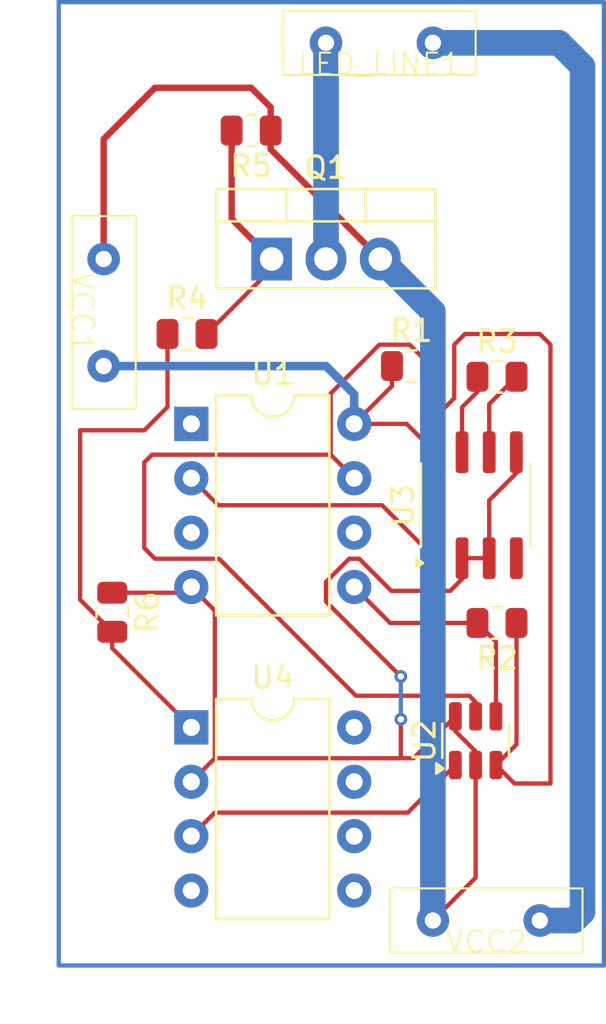
<source format=kicad_pcb>
(kicad_pcb (version 20240108) (generator "pcbnew") (generator_version "8.0")
  (layers (0 "F.Cu" signal) (31 "B.Cu" signal) (34 "B.Paste" user) (35 "F.Paste" user) (36 "B.SilkS" user "B.Silkscreen") (37 "F.SilkS" user "F.Silkscreen") (38 "B.Mask" user) (39 "F.Mask" user) (44 "Edge.Cuts" user))
  (net 0 "")
  (net 1 "Net-(Q1-D)")
  (net 2 "Net-(LED_LINE1-Pad2)")
  (net 3 "Net-(Q1-G)")
  (net 4 "Net-(Q1-S)")
  (net 5 "Net-(U1-PB2)")
  (net 6 "Net-(U1-VCC)")
  (net 7 "Net-(U1-AREF{slash}PB0)")
  (net 8 "Net-(U3-A)")
  (net 9 "Net-(U3-B)")
  (net 10 "Net-(R4-Pad1)")
  (net 14 "Net-(U1-XTAL1{slash}PB3)")
  (net 15 "Net-(U2-VOUT)")
  (footprint "Package_TO_SOT_THT:TO-220-3_Vertical" (layer "F.Cu") (at 147.46 92.23125)
    (property "Reference" "Q1" (at 2.54 -4.27 0) (layer "F.SilkS"))
    (property "Value" "IRLZ44N")
    (fp_line (start -2.58 -3.27) (end -2.58 1.371) (stroke (width 0.12)) (layer "F.SilkS"))
    (fp_line (start -2.58 -3.27) (end 7.66 -3.27) (stroke (width 0.12)) (layer "F.SilkS"))
    (fp_line (start -2.58 -1.76) (end 7.66 -1.76) (stroke (width 0.12)) (layer "F.SilkS"))
    (fp_line (start -2.58 1.371) (end 7.66 1.371) (stroke (width 0.12)) (layer "F.SilkS"))
    (fp_line (start 0.69 -3.27) (end 0.69 -1.76) (stroke (width 0.12)) (layer "F.SilkS"))
    (fp_line (start 4.391 -3.27) (end 4.391 -1.76) (stroke (width 0.12)) (layer "F.SilkS"))
    (fp_line (start 7.66 -3.27) (end 7.66 1.371) (stroke (width 0.12)) (layer "F.SilkS"))
    (pad "1" thru_hole rect (at 0 0) (size 1.905 2) (drill 1.1) (layers "*.Cu" "*.Mask" "In1.Cu" "In2.Cu" "In3.Cu" "In4.Cu" "In5.Cu" "In6.Cu" "In7.Cu" "In8.Cu" "In9.Cu" "In10.Cu" "In11.Cu" "In12.Cu" "In13.Cu" "In14.Cu" "In15.Cu" "In16.Cu" "In17.Cu" "In18.Cu" "In19.Cu" "In20.Cu" "In21.Cu" "In22.Cu" "In23.Cu" "In24.Cu" "In25.Cu" "In26.Cu" "In27.Cu" "In28.Cu" "In29.Cu" "In30.Cu") (net 3 "Net-(Q1-G)"))
    (pad "2" thru_hole oval (at 2.54 0) (size 1.905 2) (drill 1.1) (layers "*.Cu" "*.Mask" "In1.Cu" "In2.Cu" "In3.Cu" "In4.Cu" "In5.Cu" "In6.Cu" "In7.Cu" "In8.Cu" "In9.Cu" "In10.Cu" "In11.Cu" "In12.Cu" "In13.Cu" "In14.Cu" "In15.Cu" "In16.Cu" "In17.Cu" "In18.Cu" "In19.Cu" "In20.Cu" "In21.Cu" "In22.Cu" "In23.Cu" "In24.Cu" "In25.Cu" "In26.Cu" "In27.Cu" "In28.Cu" "In29.Cu" "In30.Cu") (net 1 "Net-(Q1-D)"))
    (pad "3" thru_hole oval (at 5.08 0) (size 1.905 2) (drill 1.1) (layers "*.Cu" "*.Mask" "In1.Cu" "In2.Cu" "In3.Cu" "In4.Cu" "In5.Cu" "In6.Cu" "In7.Cu" "In8.Cu" "In9.Cu" "In10.Cu" "In11.Cu" "In12.Cu" "In13.Cu" "In14.Cu" "In15.Cu" "In16.Cu" "In17.Cu" "In18.Cu" "In19.Cu" "In20.Cu" "In21.Cu" "In22.Cu" "In23.Cu" "In24.Cu" "In25.Cu" "In26.Cu" "In27.Cu" "In28.Cu" "In29.Cu" "In30.Cu") (net 4 "Net-(Q1-S)"))
  )
  (footprint "Package_DIP:DIP-8_W7.62mm" (layer "F.Cu") (at 143.7 99.93125)
    (property "Reference" "U1" (at 3.81 -2.33 0) (layer "F.SilkS"))
    (property "Value" "ATtiny85-20P")
    (fp_line (start 1.16 -1.33) (end 1.16 8.95) (stroke (width 0.12)) (layer "F.SilkS"))
    (fp_line (start 1.16 8.95) (end 6.46 8.95) (stroke (width 0.12)) (layer "F.SilkS"))
    (fp_line (start 2.81 -1.33) (end 1.16 -1.33) (stroke (width 0.12)) (layer "F.SilkS"))
    (fp_line (start 6.46 -1.33) (end 4.81 -1.33) (stroke (width 0.12)) (layer "F.SilkS"))
    (fp_line (start 6.46 8.95) (end 6.46 -1.33) (stroke (width 0.12)) (layer "F.SilkS"))
    (fp_arc (start 4.81 -1.33) (mid 3.81 -0.33) (end 2.81 -1.33) (stroke (width 0.12)) (layer "F.SilkS"))
    (pad "1" thru_hole rect (at 0 0) (size 1.6 1.6) (drill 0.8) (layers "*.Cu" "*.Mask" "In1.Cu" "In2.Cu" "In3.Cu" "In4.Cu" "In5.Cu" "In6.Cu" "In7.Cu" "In8.Cu" "In9.Cu" "In10.Cu" "In11.Cu" "In12.Cu" "In13.Cu" "In14.Cu" "In15.Cu" "In16.Cu" "In17.Cu" "In18.Cu" "In19.Cu" "In20.Cu" "In21.Cu" "In22.Cu" "In23.Cu" "In24.Cu" "In25.Cu" "In26.Cu" "In27.Cu" "In28.Cu" "In29.Cu" "In30.Cu"))
    (pad "2" thru_hole oval (at 0 2.54) (size 1.6 1.6) (drill 0.8) (layers "*.Cu" "*.Mask" "In1.Cu" "In2.Cu" "In3.Cu" "In4.Cu" "In5.Cu" "In6.Cu" "In7.Cu" "In8.Cu" "In9.Cu" "In10.Cu" "In11.Cu" "In12.Cu" "In13.Cu" "In14.Cu" "In15.Cu" "In16.Cu" "In17.Cu" "In18.Cu" "In19.Cu" "In20.Cu" "In21.Cu" "In22.Cu" "In23.Cu" "In24.Cu" "In25.Cu" "In26.Cu" "In27.Cu" "In28.Cu" "In29.Cu" "In30.Cu") (net 14 "Net-(U1-XTAL1{slash}PB3)"))
    (pad "3" thru_hole oval (at 0 5.08) (size 1.6 1.6) (drill 0.8) (layers "*.Cu" "*.Mask" "In1.Cu" "In2.Cu" "In3.Cu" "In4.Cu" "In5.Cu" "In6.Cu" "In7.Cu" "In8.Cu" "In9.Cu" "In10.Cu" "In11.Cu" "In12.Cu" "In13.Cu" "In14.Cu" "In15.Cu" "In16.Cu" "In17.Cu" "In18.Cu" "In19.Cu" "In20.Cu" "In21.Cu" "In22.Cu" "In23.Cu" "In24.Cu" "In25.Cu" "In26.Cu" "In27.Cu" "In28.Cu" "In29.Cu" "In30.Cu"))
    (pad "4" thru_hole oval (at 0 7.62) (size 1.6 1.6) (drill 0.8) (layers "*.Cu" "*.Mask" "In1.Cu" "In2.Cu" "In3.Cu" "In4.Cu" "In5.Cu" "In6.Cu" "In7.Cu" "In8.Cu" "In9.Cu" "In10.Cu" "In11.Cu" "In12.Cu" "In13.Cu" "In14.Cu" "In15.Cu" "In16.Cu" "In17.Cu" "In18.Cu" "In19.Cu" "In20.Cu" "In21.Cu" "In22.Cu" "In23.Cu" "In24.Cu" "In25.Cu" "In26.Cu" "In27.Cu" "In28.Cu" "In29.Cu" "In30.Cu") (net 4 "Net-(Q1-S)"))
    (pad "5" thru_hole oval (at 7.62 7.62) (size 1.6 1.6) (drill 0.8) (layers "*.Cu" "*.Mask" "In1.Cu" "In2.Cu" "In3.Cu" "In4.Cu" "In5.Cu" "In6.Cu" "In7.Cu" "In8.Cu" "In9.Cu" "In10.Cu" "In11.Cu" "In12.Cu" "In13.Cu" "In14.Cu" "In15.Cu" "In16.Cu" "In17.Cu" "In18.Cu" "In19.Cu" "In20.Cu" "In21.Cu" "In22.Cu" "In23.Cu" "In24.Cu" "In25.Cu" "In26.Cu" "In27.Cu" "In28.Cu" "In29.Cu" "In30.Cu") (net 7 "Net-(U1-AREF{slash}PB0)"))
    (pad "6" thru_hole oval (at 7.62 5.08) (size 1.6 1.6) (drill 0.8) (layers "*.Cu" "*.Mask" "In1.Cu" "In2.Cu" "In3.Cu" "In4.Cu" "In5.Cu" "In6.Cu" "In7.Cu" "In8.Cu" "In9.Cu" "In10.Cu" "In11.Cu" "In12.Cu" "In13.Cu" "In14.Cu" "In15.Cu" "In16.Cu" "In17.Cu" "In18.Cu" "In19.Cu" "In20.Cu" "In21.Cu" "In22.Cu" "In23.Cu" "In24.Cu" "In25.Cu" "In26.Cu" "In27.Cu" "In28.Cu" "In29.Cu" "In30.Cu"))
    (pad "7" thru_hole oval (at 7.62 2.54) (size 1.6 1.6) (drill 0.8) (layers "*.Cu" "*.Mask" "In1.Cu" "In2.Cu" "In3.Cu" "In4.Cu" "In5.Cu" "In6.Cu" "In7.Cu" "In8.Cu" "In9.Cu" "In10.Cu" "In11.Cu" "In12.Cu" "In13.Cu" "In14.Cu" "In15.Cu" "In16.Cu" "In17.Cu" "In18.Cu" "In19.Cu" "In20.Cu" "In21.Cu" "In22.Cu" "In23.Cu" "In24.Cu" "In25.Cu" "In26.Cu" "In27.Cu" "In28.Cu" "In29.Cu" "In30.Cu") (net 5 "Net-(U1-PB2)"))
    (pad "8" thru_hole oval (at 7.62 0) (size 1.6 1.6) (drill 0.8) (layers "*.Cu" "*.Mask" "In1.Cu" "In2.Cu" "In3.Cu" "In4.Cu" "In5.Cu" "In6.Cu" "In7.Cu" "In8.Cu" "In9.Cu" "In10.Cu" "In11.Cu" "In12.Cu" "In13.Cu" "In14.Cu" "In15.Cu" "In16.Cu" "In17.Cu" "In18.Cu" "In19.Cu" "In20.Cu" "In21.Cu" "In22.Cu" "In23.Cu" "In24.Cu" "In25.Cu" "In26.Cu" "In27.Cu" "In28.Cu" "In29.Cu" "In30.Cu") (net 6 "Net-(U1-VCC)"))
  )
  (footprint "Resistor_SMD:R_0805_2012Metric" (layer "F.Cu") (at 140 108.73125 -90)
    (property "Reference" "R6" (at 0 -1.65 90) (layer "F.SilkS"))
    (property "Value" "100")
    (fp_line (start -0.227064 0.735) (end 0.227064 0.735) (stroke (width 0.12)) (layer "F.SilkS"))
    (fp_line (start -0.227064 -0.735) (end 0.227064 -0.735) (stroke (width 0.12)) (layer "F.SilkS"))
    (pad "1" smd roundrect (at -0.9125 0 270) (size 1.025 1.4) (layers "F.Cu" "F.Paste" "F.Mask") (roundrect_rratio 0.243902) (net 4 "Net-(Q1-S)"))
    (pad "2" smd roundrect (at 0.9125 0 270) (size 1.025 1.4) (layers "F.Cu" "F.Paste" "F.Mask") (roundrect_rratio 0.243902) (net 10 "Net-(R4-Pad1)"))
  )
  (footprint "Resistor_SMD:R_0805_2012Metric" (layer "F.Cu") (at 143.5 95.73125)
    (property "Reference" "R4" (at 0 -1.65 0) (layer "F.SilkS"))
    (property "Value" "220")
    (fp_line (start -0.227064 -0.735) (end 0.227064 -0.735) (stroke (width 0.12)) (layer "F.SilkS"))
    (fp_line (start -0.227064 0.735) (end 0.227064 0.735) (stroke (width 0.12)) (layer "F.SilkS"))
    (pad "1" smd roundrect (at -0.9125 0) (size 1.025 1.4) (layers "F.Cu" "F.Paste" "F.Mask") (roundrect_rratio 0.243902) (net 10 "Net-(R4-Pad1)"))
    (pad "2" smd roundrect (at 0.9125 0) (size 1.025 1.4) (layers "F.Cu" "F.Paste" "F.Mask") (roundrect_rratio 0.243902) (net 3 "Net-(Q1-G)"))
  )
  (footprint "Package_SO:SOIC-8_3.9x4.9mm_P1.27mm" (layer "F.Cu") (at 157 103.73125 90)
    (property "Reference" "U3" (at 0 -3.4 90) (layer "F.SilkS"))
    (property "Value" "MAX485E")
    (fp_line (start 0 -2.56) (end 1.95 -2.56) (stroke (width 0.12)) (layer "F.SilkS"))
    (fp_line (start 0 -2.56) (end -1.95 -2.56) (stroke (width 0.12)) (layer "F.SilkS"))
    (fp_line (start 0 2.56) (end 1.95 2.56) (stroke (width 0.12)) (layer "F.SilkS"))
    (fp_line (start 0 2.56) (end -1.95 2.56) (stroke (width 0.12)) (layer "F.SilkS"))
    (fp_poly (pts (xy -2.7 -2.465) (xy -2.94 -2.795) (xy -2.46 -2.795) (xy -2.7 -2.465)) (stroke (width 0.12)) (fill solid) (layer "F.SilkS"))
    (pad "1" smd roundrect (at -2.475 -1.905 90) (size 1.95 0.6) (layers "F.Cu" "F.Paste" "F.Mask") (net 14 "Net-(U1-XTAL1{slash}PB3)"))
    (pad "2" smd roundrect (at -2.475 -0.635 90) (size 1.95 0.6) (layers "F.Cu" "F.Paste" "F.Mask") (net 4 "Net-(Q1-S)"))
    (pad "3" smd roundrect (at -2.475 0.635 90) (size 1.95 0.6) (layers "F.Cu" "F.Paste" "F.Mask") (net 4 "Net-(Q1-S)"))
    (pad "4" smd roundrect (at -2.475 1.905 90) (size 1.95 0.6) (layers "F.Cu" "F.Paste" "F.Mask"))
    (pad "5" smd roundrect (at 2.475 1.905 90) (size 1.95 0.6) (layers "F.Cu" "F.Paste" "F.Mask") (net 4 "Net-(Q1-S)"))
    (pad "6" smd roundrect (at 2.475 0.635 90) (size 1.95 0.6) (layers "F.Cu" "F.Paste" "F.Mask") (net 8 "Net-(U3-A)"))
    (pad "7" smd roundrect (at 2.475 -0.635 90) (size 1.95 0.6) (layers "F.Cu" "F.Paste" "F.Mask") (net 9 "Net-(U3-B)"))
    (pad "8" smd roundrect (at 2.475 -1.905 90) (size 1.95 0.6) (layers "F.Cu" "F.Paste" "F.Mask") (net 6 "Net-(U1-VCC)"))
  )
  (footprint "Package_DIP:DIP-8_W7.62mm" (layer "F.Cu") (at 143.7 114.11125)
    (property "Reference" "U4" (at 3.81 -2.33 0) (layer "F.SilkS"))
    (property "Value" "LM358")
    (fp_line (start 1.16 -1.33) (end 1.16 8.95) (stroke (width 0.12)) (layer "F.SilkS"))
    (fp_line (start 1.16 8.95) (end 6.46 8.95) (stroke (width 0.12)) (layer "F.SilkS"))
    (fp_line (start 2.81 -1.33) (end 1.16 -1.33) (stroke (width 0.12)) (layer "F.SilkS"))
    (fp_line (start 6.46 -1.33) (end 4.81 -1.33) (stroke (width 0.12)) (layer "F.SilkS"))
    (fp_line (start 6.46 8.95) (end 6.46 -1.33) (stroke (width 0.12)) (layer "F.SilkS"))
    (fp_arc (start 4.81 -1.33) (mid 3.81 -0.33) (end 2.81 -1.33) (stroke (width 0.12)) (layer "F.SilkS"))
    (pad "1" thru_hole rect (at 0 0) (size 1.6 1.6) (drill 0.8) (layers "*.Cu" "*.Mask" "In1.Cu" "In2.Cu" "In3.Cu" "In4.Cu" "In5.Cu" "In6.Cu" "In7.Cu" "In8.Cu" "In9.Cu" "In10.Cu" "In11.Cu" "In12.Cu" "In13.Cu" "In14.Cu" "In15.Cu" "In16.Cu" "In17.Cu" "In18.Cu" "In19.Cu" "In20.Cu" "In21.Cu" "In22.Cu" "In23.Cu" "In24.Cu" "In25.Cu" "In26.Cu" "In27.Cu" "In28.Cu" "In29.Cu" "In30.Cu") (net 10 "Net-(R4-Pad1)"))
    (pad "2" thru_hole oval (at 0 2.54) (size 1.6 1.6) (drill 0.8) (layers "*.Cu" "*.Mask" "In1.Cu" "In2.Cu" "In3.Cu" "In4.Cu" "In5.Cu" "In6.Cu" "In7.Cu" "In8.Cu" "In9.Cu" "In10.Cu" "In11.Cu" "In12.Cu" "In13.Cu" "In14.Cu" "In15.Cu" "In16.Cu" "In17.Cu" "In18.Cu" "In19.Cu" "In20.Cu" "In21.Cu" "In22.Cu" "In23.Cu" "In24.Cu" "In25.Cu" "In26.Cu" "In27.Cu" "In28.Cu" "In29.Cu" "In30.Cu") (net 4 "Net-(Q1-S)"))
    (pad "3" thru_hole oval (at 0 5.08) (size 1.6 1.6) (drill 0.8) (layers "*.Cu" "*.Mask" "In1.Cu" "In2.Cu" "In3.Cu" "In4.Cu" "In5.Cu" "In6.Cu" "In7.Cu" "In8.Cu" "In9.Cu" "In10.Cu" "In11.Cu" "In12.Cu" "In13.Cu" "In14.Cu" "In15.Cu" "In16.Cu" "In17.Cu" "In18.Cu" "In19.Cu" "In20.Cu" "In21.Cu" "In22.Cu" "In23.Cu" "In24.Cu" "In25.Cu" "In26.Cu" "In27.Cu" "In28.Cu" "In29.Cu" "In30.Cu") (net 15 "Net-(U2-VOUT)"))
    (pad "4" thru_hole oval (at 0 7.62) (size 1.6 1.6) (drill 0.8) (layers "*.Cu" "*.Mask" "In1.Cu" "In2.Cu" "In3.Cu" "In4.Cu" "In5.Cu" "In6.Cu" "In7.Cu" "In8.Cu" "In9.Cu" "In10.Cu" "In11.Cu" "In12.Cu" "In13.Cu" "In14.Cu" "In15.Cu" "In16.Cu" "In17.Cu" "In18.Cu" "In19.Cu" "In20.Cu" "In21.Cu" "In22.Cu" "In23.Cu" "In24.Cu" "In25.Cu" "In26.Cu" "In27.Cu" "In28.Cu" "In29.Cu" "In30.Cu"))
    (pad "5" thru_hole oval (at 7.62 7.62) (size 1.6 1.6) (drill 0.8) (layers "*.Cu" "*.Mask" "In1.Cu" "In2.Cu" "In3.Cu" "In4.Cu" "In5.Cu" "In6.Cu" "In7.Cu" "In8.Cu" "In9.Cu" "In10.Cu" "In11.Cu" "In12.Cu" "In13.Cu" "In14.Cu" "In15.Cu" "In16.Cu" "In17.Cu" "In18.Cu" "In19.Cu" "In20.Cu" "In21.Cu" "In22.Cu" "In23.Cu" "In24.Cu" "In25.Cu" "In26.Cu" "In27.Cu" "In28.Cu" "In29.Cu" "In30.Cu"))
    (pad "6" thru_hole oval (at 7.62 5.08) (size 1.6 1.6) (drill 0.8) (layers "*.Cu" "*.Mask" "In1.Cu" "In2.Cu" "In3.Cu" "In4.Cu" "In5.Cu" "In6.Cu" "In7.Cu" "In8.Cu" "In9.Cu" "In10.Cu" "In11.Cu" "In12.Cu" "In13.Cu" "In14.Cu" "In15.Cu" "In16.Cu" "In17.Cu" "In18.Cu" "In19.Cu" "In20.Cu" "In21.Cu" "In22.Cu" "In23.Cu" "In24.Cu" "In25.Cu" "In26.Cu" "In27.Cu" "In28.Cu" "In29.Cu" "In30.Cu"))
    (pad "7" thru_hole oval (at 7.62 2.54) (size 1.6 1.6) (drill 0.8) (layers "*.Cu" "*.Mask" "In1.Cu" "In2.Cu" "In3.Cu" "In4.Cu" "In5.Cu" "In6.Cu" "In7.Cu" "In8.Cu" "In9.Cu" "In10.Cu" "In11.Cu" "In12.Cu" "In13.Cu" "In14.Cu" "In15.Cu" "In16.Cu" "In17.Cu" "In18.Cu" "In19.Cu" "In20.Cu" "In21.Cu" "In22.Cu" "In23.Cu" "In24.Cu" "In25.Cu" "In26.Cu" "In27.Cu" "In28.Cu" "In29.Cu" "In30.Cu"))
    (pad "8" thru_hole oval (at 7.62 0) (size 1.6 1.6) (drill 0.8) (layers "*.Cu" "*.Mask" "In1.Cu" "In2.Cu" "In3.Cu" "In4.Cu" "In5.Cu" "In6.Cu" "In7.Cu" "In8.Cu" "In9.Cu" "In10.Cu" "In11.Cu" "In12.Cu" "In13.Cu" "In14.Cu" "In15.Cu" "In16.Cu" "In17.Cu" "In18.Cu" "In19.Cu" "In20.Cu" "In21.Cu" "In22.Cu" "In23.Cu" "In24.Cu" "In25.Cu" "In26.Cu" "In27.Cu" "In28.Cu" "In29.Cu" "In30.Cu"))
  )
  (footprint "user_library:TestPoint 2pin" (layer "F.Cu") (at 152.5 83.63125)
    (property "Reference" "LED_LINE1" (at 0 -0.5 0) (layer "F.SilkS") (effects (font (thickness 0.1))))
    (property "Value" "12V")
    (fp_rect (start -4.5 -3) (end 4.5 0) (stroke (width 0.1)) (fill none) (layer "F.SilkS"))
    (pad "1" thru_hole circle (at -2.5 -1.5) (size 1.524 1.524) (drill 0.762) (layers "*.Cu" "*.Mask" "In1.Cu" "In2.Cu" "In3.Cu" "In4.Cu" "In5.Cu" "In6.Cu" "In7.Cu" "In8.Cu" "In9.Cu" "In10.Cu" "In11.Cu" "In12.Cu" "In13.Cu" "In14.Cu" "In15.Cu" "In16.Cu" "In17.Cu" "In18.Cu" "In19.Cu" "In20.Cu" "In21.Cu" "In22.Cu" "In23.Cu" "In24.Cu" "In25.Cu" "In26.Cu" "In27.Cu" "In28.Cu" "In29.Cu" "In30.Cu") (net 1 "Net-(Q1-D)"))
    (pad "2" thru_hole circle (at 2.5 -1.5) (size 1.524 1.524) (drill 0.762) (layers "*.Cu" "*.Mask" "In1.Cu" "In2.Cu" "In3.Cu" "In4.Cu" "In5.Cu" "In6.Cu" "In7.Cu" "In8.Cu" "In9.Cu" "In10.Cu" "In11.Cu" "In12.Cu" "In13.Cu" "In14.Cu" "In15.Cu" "In16.Cu" "In17.Cu" "In18.Cu" "In19.Cu" "In20.Cu" "In21.Cu" "In22.Cu" "In23.Cu" "In24.Cu" "In25.Cu" "In26.Cu" "In27.Cu" "In28.Cu" "In29.Cu" "In30.Cu") (net 2 "Net-(LED_LINE1-Pad2)"))
  )
  (footprint "user_library:TestPoint 2pin" (layer "F.Cu") (at 157.5 124.63125)
    (property "Reference" "VCC2" (at 0 -0.5 0) (layer "F.SilkS") (effects (font (thickness 0.1))))
    (property "Value" "12V")
    (fp_rect (start -4.5 -3) (end 4.5 0) (stroke (width 0.1)) (fill none) (layer "F.SilkS"))
    (pad "1" thru_hole circle (at -2.5 -1.5) (size 1.524 1.524) (drill 0.762) (layers "*.Cu" "*.Mask" "In1.Cu" "In2.Cu" "In3.Cu" "In4.Cu" "In5.Cu" "In6.Cu" "In7.Cu" "In8.Cu" "In9.Cu" "In10.Cu" "In11.Cu" "In12.Cu" "In13.Cu" "In14.Cu" "In15.Cu" "In16.Cu" "In17.Cu" "In18.Cu" "In19.Cu" "In20.Cu" "In21.Cu" "In22.Cu" "In23.Cu" "In24.Cu" "In25.Cu" "In26.Cu" "In27.Cu" "In28.Cu" "In29.Cu" "In30.Cu") (net 4 "Net-(Q1-S)"))
    (pad "2" thru_hole circle (at 2.5 -1.5) (size 1.524 1.524) (drill 0.762) (layers "*.Cu" "*.Mask" "In1.Cu" "In2.Cu" "In3.Cu" "In4.Cu" "In5.Cu" "In6.Cu" "In7.Cu" "In8.Cu" "In9.Cu" "In10.Cu" "In11.Cu" "In12.Cu" "In13.Cu" "In14.Cu" "In15.Cu" "In16.Cu" "In17.Cu" "In18.Cu" "In19.Cu" "In20.Cu" "In21.Cu" "In22.Cu" "In23.Cu" "In24.Cu" "In25.Cu" "In26.Cu" "In27.Cu" "In28.Cu" "In29.Cu" "In30.Cu") (net 2 "Net-(LED_LINE1-Pad2)"))
  )
  (footprint "Resistor_SMD:R_0805_2012Metric" (layer "F.Cu") (at 146.5 86.23125 180)
    (property "Reference" "R5" (at 0 -1.65 0) (layer "F.SilkS"))
    (property "Value" "10k")
    (fp_line (start -0.227064 0.735) (end 0.227064 0.735) (stroke (width 0.12)) (layer "F.SilkS"))
    (fp_line (start -0.227064 -0.735) (end 0.227064 -0.735) (stroke (width 0.12)) (layer "F.SilkS"))
    (pad "1" smd roundrect (at -0.9125 0 180) (size 1.025 1.4) (layers "F.Cu" "F.Paste" "F.Mask") (roundrect_rratio 0.243902) (net 4 "Net-(Q1-S)"))
    (pad "2" smd roundrect (at 0.9125 0 180) (size 1.025 1.4) (layers "F.Cu" "F.Paste" "F.Mask") (roundrect_rratio 0.243902) (net 3 "Net-(Q1-G)"))
  )
  (footprint "Resistor_SMD:R_0805_2012Metric" (layer "F.Cu") (at 154 97.23125)
    (property "Reference" "R1" (at 0 -1.65 0) (layer "F.SilkS"))
    (property "Value" "10k")
    (fp_line (start -0.227064 -0.735) (end 0.227064 -0.735) (stroke (width 0.12)) (layer "F.SilkS"))
    (fp_line (start -0.227064 0.735) (end 0.227064 0.735) (stroke (width 0.12)) (layer "F.SilkS"))
    (pad "1" smd roundrect (at -0.9125 0) (size 1.025 1.4) (layers "F.Cu" "F.Paste" "F.Mask") (roundrect_rratio 0.243902) (net 6 "Net-(U1-VCC)"))
    (pad "2" smd roundrect (at 0.9125 0) (size 1.025 1.4) (layers "F.Cu" "F.Paste" "F.Mask") (roundrect_rratio 0.243902) (net 5 "Net-(U1-PB2)"))
  )
  (footprint "Package_TO_SOT_SMD:SOT-23-6" (layer "F.Cu") (at 157 114.73125 90)
    (property "Reference" "U2" (at 0 -2.4 90) (layer "F.SilkS"))
    (property "Value" "MCP4725")
    (fp_line (start 0 -1.56) (end 0.8 -1.56) (stroke (width 0.12)) (layer "F.SilkS"))
    (fp_line (start 0 -1.56) (end -0.8 -1.56) (stroke (width 0.12)) (layer "F.SilkS"))
    (fp_line (start 0 1.56) (end 0.8 1.56) (stroke (width 0.12)) (layer "F.SilkS"))
    (fp_line (start 0 1.56) (end -0.8 1.56) (stroke (width 0.12)) (layer "F.SilkS"))
    (fp_poly (pts (xy -1.3 -1.51) (xy -1.54 -1.84) (xy -1.06 -1.84) (xy -1.3 -1.51)) (stroke (width 0.12)) (fill solid) (layer "F.SilkS"))
    (pad "1" smd roundrect (at -1.1375 -0.95 90) (size 1.325 0.6) (layers "F.Cu" "F.Paste" "F.Mask") (net 15 "Net-(U2-VOUT)"))
    (pad "2" smd roundrect (at -1.1375 0 90) (size 1.325 0.6) (layers "F.Cu" "F.Paste" "F.Mask") (net 4 "Net-(Q1-S)"))
    (pad "3" smd roundrect (at -1.1375 0.95 90) (size 1.325 0.6) (layers "F.Cu" "F.Paste" "F.Mask") (net 6 "Net-(U1-VCC)"))
    (pad "4" smd roundrect (at 1.1375 0.95 90) (size 1.325 0.6) (layers "F.Cu" "F.Paste" "F.Mask") (net 7 "Net-(U1-AREF{slash}PB0)"))
    (pad "5" smd roundrect (at 1.1375 0 90) (size 1.325 0.6) (layers "F.Cu" "F.Paste" "F.Mask") (net 5 "Net-(U1-PB2)"))
    (pad "6" smd roundrect (at 1.1375 -0.95 90) (size 1.325 0.6) (layers "F.Cu" "F.Paste" "F.Mask") (net 4 "Net-(Q1-S)"))
  )
  (footprint "Resistor_SMD:R_0805_2012Metric" (layer "F.Cu") (at 158 97.73125)
    (property "Reference" "R3" (at 0 -1.65 0) (layer "F.SilkS"))
    (property "Value" "120")
    (fp_line (start -0.227064 -0.735) (end 0.227064 -0.735) (stroke (width 0.12)) (layer "F.SilkS"))
    (fp_line (start -0.227064 0.735) (end 0.227064 0.735) (stroke (width 0.12)) (layer "F.SilkS"))
    (pad "1" smd roundrect (at -0.9125 0) (size 1.025 1.4) (layers "F.Cu" "F.Paste" "F.Mask") (roundrect_rratio 0.243902) (net 9 "Net-(U3-B)"))
    (pad "2" smd roundrect (at 0.9125 0) (size 1.025 1.4) (layers "F.Cu" "F.Paste" "F.Mask") (roundrect_rratio 0.243902) (net 8 "Net-(U3-A)"))
  )
  (footprint "user_library:TestPoint 2pin" (layer "F.Cu") (at 138.1 94.73125 -90)
    (property "Reference" "VCC1" (at 0 -0.5 -90) (layer "F.SilkS") (effects (font (thickness 0.1))))
    (property "Value" "5V")
    (fp_rect (start -4.5 -3) (end 4.5 0) (stroke (width 0.1)) (fill none) (layer "F.SilkS"))
    (pad "1" thru_hole circle (at -2.5 -1.5 270) (size 1.524 1.524) (drill 0.762) (layers "*.Cu" "*.Mask" "In1.Cu" "In2.Cu" "In3.Cu" "In4.Cu" "In5.Cu" "In6.Cu" "In7.Cu" "In8.Cu" "In9.Cu" "In10.Cu" "In11.Cu" "In12.Cu" "In13.Cu" "In14.Cu" "In15.Cu" "In16.Cu" "In17.Cu" "In18.Cu" "In19.Cu" "In20.Cu" "In21.Cu" "In22.Cu" "In23.Cu" "In24.Cu" "In25.Cu" "In26.Cu" "In27.Cu" "In28.Cu" "In29.Cu" "In30.Cu") (net 4 "Net-(Q1-S)"))
    (pad "2" thru_hole circle (at 2.5 -1.5 270) (size 1.524 1.524) (drill 0.762) (layers "*.Cu" "*.Mask" "In1.Cu" "In2.Cu" "In3.Cu" "In4.Cu" "In5.Cu" "In6.Cu" "In7.Cu" "In8.Cu" "In9.Cu" "In10.Cu" "In11.Cu" "In12.Cu" "In13.Cu" "In14.Cu" "In15.Cu" "In16.Cu" "In17.Cu" "In18.Cu" "In19.Cu" "In20.Cu" "In21.Cu" "In22.Cu" "In23.Cu" "In24.Cu" "In25.Cu" "In26.Cu" "In27.Cu" "In28.Cu" "In29.Cu" "In30.Cu") (net 6 "Net-(U1-VCC)"))
  )
  (footprint "Resistor_SMD:R_0805_2012Metric" (layer "F.Cu") (at 158 109.23125 180)
    (property "Reference" "R2" (at 0 -1.65 0) (layer "F.SilkS"))
    (property "Value" "10k")
    (fp_line (start -0.227064 0.735) (end 0.227064 0.735) (stroke (width 0.12)) (layer "F.SilkS"))
    (fp_line (start -0.227064 -0.735) (end 0.227064 -0.735) (stroke (width 0.12)) (layer "F.SilkS"))
    (pad "1" smd roundrect (at -0.9125 0 180) (size 1.025 1.4) (layers "F.Cu" "F.Paste" "F.Mask") (roundrect_rratio 0.243902) (net 6 "Net-(U1-VCC)"))
    (pad "2" smd roundrect (at 0.9125 0 180) (size 1.025 1.4) (layers "F.Cu" "F.Paste" "F.Mask") (roundrect_rratio 0.243902) (net 7 "Net-(U1-AREF{slash}PB0)"))
  )
  (gr_rect (start 137.5 80.23125) (end 163 125.23125) (stroke (width 0.2)) (fill none) (layer "B.Cu") (net 2))
  (segment (start 150 82.13125) (end 150 92.23125) (width 1.2) (layer "B.Cu") (net 1))
  (segment (start 162 83.23125) (end 160.9 82.13125) (width 1.2) (layer "B.Cu") (net 2))
  (segment (start 160 123.13125) (end 161.6 123.13125) (width 1.2) (layer "B.Cu") (net 2))
  (segment (start 161.6 123.13125) (end 162 122.73125) (width 1.2) (layer "B.Cu") (net 2))
  (segment (start 162 122.73125) (end 162 83.23125) (width 1.2) (layer "B.Cu") (net 2))
  (segment (start 160.9 82.13125) (end 155 82.13125) (width 1.2) (layer "B.Cu") (net 2))
  (segment (start 147.46 92.68375) (end 147.46 92.23125) (width 0.2) (layer "F.Cu") (net 3))
  (segment (start 145.5875 86.23125) (end 145.5875 90.35875) (width 0.3) (layer "F.Cu") (net 3))
  (segment (start 144.4125 95.73125) (end 147.46 92.68375) (width 0.2) (layer "F.Cu") (net 3))
  (segment (start 145.5875 90.35875) (end 147.46 92.23125) (width 0.3) (layer "F.Cu") (net 3))
  (segment (start 147.4125 87.10375) (end 152.54 92.23125) (width 0.3) (layer "F.Cu") (net 4))
  (segment (start 157.635 106.20625) (end 156.365 106.20625) (width 0.2) (layer "F.Cu") (net 4))
  (segment (start 146.5 84.23125) (end 142 84.23125) (width 0.3) (layer "F.Cu") (net 4))
  (segment (start 150 107.315615) (end 150 108.23125) (width 0.2) (layer "F.Cu") (net 4))
  (segment (start 151.555635 106.23125) (end 151.084365 106.23125) (width 0.2) (layer "F.Cu") (net 4))
  (segment (start 155 123.13125) (end 157 121.13125) (width 0.2) (layer "F.Cu") (net 4))
  (segment (start 144.8 108.65125) (end 144.8 115.55125) (width 0.2) (layer "F.Cu") (net 4))
  (segment (start 150 108.23125) (end 153.5 111.73125) (width 0.2) (layer "F.Cu") (net 4))
  (segment (start 158.905 102.231249) (end 157.635 103.501249) (width 0.2) (layer "F.Cu") (net 4))
  (segment (start 157 115.23125) (end 156.05 114.28125) (width 0.2) (layer "F.Cu") (net 4))
  (segment (start 157.635 103.501249) (end 157.635 106.20625) (width 0.2) (layer "F.Cu") (net 4))
  (segment (start 156.365 106.20625) (end 156.365 107.181249) (width 0.2) (layer "F.Cu") (net 4))
  (segment (start 156.365 107.181249) (end 155.814999 107.73125) (width 0.2) (layer "F.Cu") (net 4))
  (segment (start 151.084365 106.23125) (end 150 107.315615) (width 0.2) (layer "F.Cu") (net 4))
  (segment (start 158.905 101.25625) (end 158.905 102.231249) (width 0.2) (layer "F.Cu") (net 4))
  (segment (start 147.4125 86.23125) (end 147.4125 85.14375) (width 0.3) (layer "F.Cu") (net 4))
  (segment (start 156.05 114.28125) (end 156.05 113.59375) (width 0.2) (layer "F.Cu") (net 4))
  (segment (start 144.8 115.55125) (end 143.7 116.65125) (width 0.2) (layer "F.Cu") (net 4))
  (segment (start 153.5 115.55125) (end 153.5 113.73125) (width 0.2) (layer "F.Cu") (net 4))
  (segment (start 155.814999 107.73125) (end 153.055635 107.73125) (width 0.2) (layer "F.Cu") (net 4))
  (segment (start 139.6 86.63125) (end 139.6 92.23125) (width 0.3) (layer "F.Cu") (net 4))
  (segment (start 140 107.81875) (end 143.4325 107.81875) (width 0.2) (layer "F.Cu") (net 4))
  (segment (start 154.0925 115.55125) (end 153.5 115.55125) (width 0.2) (layer "F.Cu") (net 4))
  (segment (start 156.05 113.59375) (end 156.05 113.28125) (width 0.2) (layer "F.Cu") (net 4))
  (segment (start 143.7 107.55125) (end 144.8 108.65125) (width 0.2) (layer "F.Cu") (net 4))
  (segment (start 157 115.86875) (end 157 115.23125) (width 0.2) (layer "F.Cu") (net 4))
  (segment (start 153.055635 107.73125) (end 151.555635 106.23125) (width 0.2) (layer "F.Cu") (net 4))
  (segment (start 143.4325 107.81875) (end 143.7 107.55125) (width 0.2) (layer "F.Cu") (net 4))
  (segment (start 157 121.13125) (end 157 115.86875) (width 0.2) (layer "F.Cu") (net 4))
  (segment (start 142 84.23125) (end 139.6 86.63125) (width 0.3) (layer "F.Cu") (net 4))
  (segment (start 147.4125 86.23125) (end 147.4125 87.10375) (width 0.3) (layer "F.Cu") (net 4))
  (segment (start 156.05 113.59375) (end 154.0925 115.55125) (width 0.2) (layer "F.Cu") (net 4))
  (segment (start 147.4125 85.14375) (end 146.5 84.23125) (width 0.3) (layer "F.Cu") (net 4))
  (segment (start 153.5 115.55125) (end 144.8 115.55125) (width 0.2) (layer "F.Cu") (net 4))
  (via (at 153.5 113.73125) (size 0.6) (drill 0.3) (layers "F.Cu" "B.Cu") (net 4))
  (via (at 153.5 111.73125) (size 0.6) (drill 0.3) (layers "F.Cu" "B.Cu") (net 4))
  (segment (start 155 123.13125) (end 155 94.69125) (width 1.2) (layer "B.Cu") (net 4))
  (segment (start 155 94.69125) (end 152.54 92.23125) (width 1.2) (layer "B.Cu") (net 4))
  (segment (start 153.5 113.73125) (end 153.5 111.73125) (width 0.2) (layer "B.Cu") (net 4))
  (segment (start 154.9125 97.23125) (end 153.9125 96.23125) (width 0.2) (layer "F.Cu") (net 5))
  (segment (start 142 106.23125) (end 145 106.23125) (width 0.2) (layer "F.Cu") (net 5))
  (segment (start 157 112.931251) (end 157 113.59375) (width 0.2) (layer "F.Cu") (net 5))
  (segment (start 141.86 101.37125) (end 141.5 101.73125) (width 0.2) (layer "F.Cu") (net 5))
  (segment (start 141.5 101.73125) (end 141.5 105.73125) (width 0.2) (layer "F.Cu") (net 5))
  (segment (start 156.699999 112.63125) (end 157 112.931251) (width 0.2) (layer "F.Cu") (net 5))
  (segment (start 150.22 101.37125) (end 141.86 101.37125) (width 0.2) (layer "F.Cu") (net 5))
  (segment (start 151.32 102.47125) (end 150.22 101.37125) (width 0.2) (layer "F.Cu") (net 5))
  (segment (start 141.5 105.73125) (end 142 106.23125) (width 0.2) (layer "F.Cu") (net 5))
  (segment (start 152.5 96.23125) (end 150.22 98.51125) (width 0.2) (layer "F.Cu") (net 5))
  (segment (start 153.9125 96.23125) (end 152.5 96.23125) (width 0.2) (layer "F.Cu") (net 5))
  (segment (start 150.22 98.51125) (end 150.22 101.37125) (width 0.2) (layer "F.Cu") (net 5))
  (segment (start 145 106.23125) (end 151.4 112.63125) (width 0.2) (layer "F.Cu") (net 5))
  (segment (start 151.4 112.63125) (end 156.699999 112.63125) (width 0.2) (layer "F.Cu") (net 5))
  (segment (start 156.5 95.73125) (end 156 96.23125) (width 0.2) (layer "F.Cu") (net 6))
  (segment (start 153.0875 98.16375) (end 151.32 99.93125) (width 0.2) (layer "F.Cu") (net 6))
  (segment (start 160.5 96.23125) (end 160 95.73125) (width 0.2) (layer "F.Cu") (net 6))
  (segment (start 156 98.73125) (end 155.095 99.63625) (width 0.2) (layer "F.Cu") (net 6))
  (segment (start 157.95 115.86875) (end 158.8125 116.73125) (width 0.2) (layer "F.Cu") (net 6))
  (segment (start 153.0875 97.23125) (end 153.0875 98.16375) (width 0.2) (layer "F.Cu") (net 6))
  (segment (start 160 95.73125) (end 156.5 95.73125) (width 0.2) (layer "F.Cu") (net 6))
  (segment (start 155.095 99.63625) (end 155.095 101.25625) (width 0.2) (layer "F.Cu") (net 6))
  (segment (start 158.8125 116.73125) (end 160.5 116.73125) (width 0.2) (layer "F.Cu") (net 6))
  (segment (start 160.5 116.73125) (end 160.5 96.23125) (width 0.2) (layer "F.Cu") (net 6))
  (segment (start 156 96.23125) (end 156 98.73125) (width 0.2) (layer "F.Cu") (net 6))
  (segment (start 158.9125 114.90625) (end 158.9125 109.23125) (width 0.2) (layer "F.Cu") (net 6))
  (segment (start 153.77 99.93125) (end 151.32 99.93125) (width 0.2) (layer "F.Cu") (net 6))
  (segment (start 157.95 115.86875) (end 158.9125 114.90625) (width 0.2) (layer "F.Cu") (net 6))
  (segment (start 155.095 101.25625) (end 153.77 99.93125) (width 0.2) (layer "F.Cu") (net 6))
  (segment (start 151.32 99.93125) (end 151.32 98.55125) (width 0.4) (layer "B.Cu") (net 6))
  (segment (start 151.32 98.55125) (end 150 97.23125) (width 0.4) (layer "B.Cu") (net 6))
  (segment (start 150 97.23125) (end 139.6 97.23125) (width 0.4) (layer "B.Cu") (net 6))
  (segment (start 157.95 113.59375) (end 157.95 110.09375) (width 0.2) (layer "F.Cu") (net 7))
  (segment (start 153 109.23125) (end 151.32 107.55125) (width 0.2) (layer "F.Cu") (net 7))
  (segment (start 157.0875 109.23125) (end 153 109.23125) (width 0.2) (layer "F.Cu") (net 7))
  (segment (start 157.95 110.09375) (end 157.0875 109.23125) (width 0.2) (layer "F.Cu") (net 7))
  (segment (start 157.635 99.00875) (end 158.9125 97.73125) (width 0.2) (layer "F.Cu") (net 8))
  (segment (start 157.635 101.25625) (end 157.635 99.00875) (width 0.2) (layer "F.Cu") (net 8))
  (segment (start 157.0875 97.73125) (end 157.0875 98.43125) (width 0.2) (layer "F.Cu") (net 9))
  (segment (start 157.0875 98.43125) (end 156.365 99.15375) (width 0.2) (layer "F.Cu") (net 9))
  (segment (start 156.365 99.15375) (end 156.365 101.25625) (width 0.2) (layer "F.Cu") (net 9))
  (segment (start 140 110.41125) (end 143.7 114.11125) (width 0.2) (layer "F.Cu") (net 10))
  (segment (start 142.5875 95.73125) (end 142.5875 99.14375) (width 0.2) (layer "F.Cu") (net 10))
  (segment (start 141.5 100.23125) (end 138.5 100.23125) (width 0.2) (layer "F.Cu") (net 10))
  (segment (start 140 109.64375) (end 140 110.41125) (width 0.2) (layer "F.Cu") (net 10))
  (segment (start 142.5875 99.14375) (end 141.5 100.23125) (width 0.2) (layer "F.Cu") (net 10))
  (segment (start 138.5 108.14375) (end 140 109.64375) (width 0.2) (layer "F.Cu") (net 10))
  (segment (start 138.5 100.23125) (end 138.5 108.14375) (width 0.2) (layer "F.Cu") (net 10))
  (segment (start 144.96 103.73125) (end 143.7 102.47125) (width 0.2) (layer "F.Cu") (net 14))
  (segment (start 155.095 106.20625) (end 152.62 103.73125) (width 0.2) (layer "F.Cu") (net 14))
  (segment (start 152.62 103.73125) (end 144.96 103.73125) (width 0.2) (layer "F.Cu") (net 14))
  (segment (start 144.8 118.09125) (end 143.7 119.19125) (width 0.2) (layer "F.Cu") (net 15))
  (segment (start 156.05 115.86875) (end 153.8275 118.09125) (width 0.2) (layer "F.Cu") (net 15))
  (segment (start 153.8275 118.09125) (end 144.8 118.09125) (width 0.2) (layer "F.Cu") (net 15))
)
</source>
